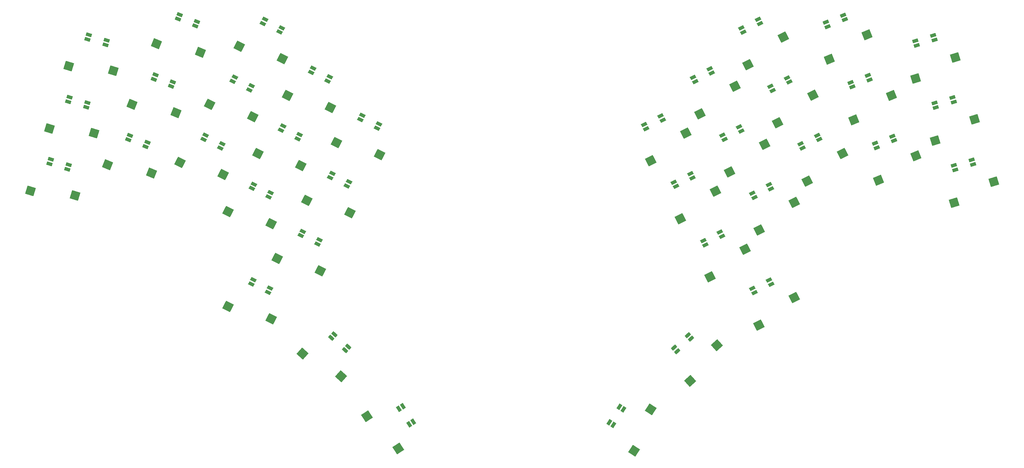
<source format=gbr>
G04 #@! TF.GenerationSoftware,KiCad,Pcbnew,(6.0.7)*
G04 #@! TF.CreationDate,2023-01-09T18:54:25-06:00*
G04 #@! TF.ProjectId,voxcertus-main,766f7863-6572-4747-9573-2d6d61696e2e,1.7*
G04 #@! TF.SameCoordinates,Original*
G04 #@! TF.FileFunction,Paste,Bot*
G04 #@! TF.FilePolarity,Positive*
%FSLAX46Y46*%
G04 Gerber Fmt 4.6, Leading zero omitted, Abs format (unit mm)*
G04 Created by KiCad (PCBNEW (6.0.7)) date 2023-01-09 18:54:25*
%MOMM*%
%LPD*%
G01*
G04 APERTURE LIST*
G04 Aperture macros list*
%AMRotRect*
0 Rectangle, with rotation*
0 The origin of the aperture is its center*
0 $1 length*
0 $2 width*
0 $3 Rotation angle, in degrees counterclockwise*
0 Add horizontal line*
21,1,$1,$2,0,0,$3*%
G04 Aperture macros list end*
%ADD10RotRect,2.550000X2.500000X333.000000*%
%ADD11RotRect,2.550000X2.500000X27.000000*%
%ADD12RotRect,1.700000X1.000000X338.000000*%
%ADD13RotRect,2.550000X2.500000X318.000000*%
%ADD14RotRect,1.700000X1.000000X343.000000*%
%ADD15RotRect,1.700000X1.000000X22.000000*%
%ADD16RotRect,1.700000X1.000000X333.000000*%
%ADD17RotRect,1.700000X1.000000X27.000000*%
%ADD18RotRect,2.550000X2.500000X22.000000*%
%ADD19RotRect,1.700000X1.000000X17.000000*%
%ADD20RotRect,2.550000X2.500000X343.000000*%
%ADD21RotRect,2.550000X2.500000X42.000000*%
%ADD22RotRect,2.550000X2.500000X57.000000*%
%ADD23RotRect,2.550000X2.500000X17.000000*%
%ADD24RotRect,1.700000X1.000000X153.000000*%
%ADD25RotRect,1.700000X1.000000X42.000000*%
%ADD26RotRect,1.700000X1.000000X318.000000*%
%ADD27RotRect,2.550000X2.500000X338.000000*%
%ADD28RotRect,1.700000X1.000000X57.000000*%
%ADD29RotRect,1.700000X1.000000X303.000000*%
%ADD30RotRect,2.550000X2.500000X303.000000*%
G04 APERTURE END LIST*
D10*
X109541045Y-97896879D03*
X96869868Y-94291301D03*
D11*
X217184201Y-91564722D03*
X206819296Y-99696614D03*
D10*
X72177645Y-86670079D03*
X59506468Y-83064501D03*
D12*
X64009511Y-42877536D03*
X64533960Y-41579479D03*
X59434449Y-39519143D03*
X58910000Y-40817200D03*
D13*
X106893446Y-146107688D03*
X95587221Y-139345425D03*
D14*
X26300000Y-85097200D03*
X26709320Y-83758374D03*
X21449644Y-82150329D03*
X21040324Y-83489156D03*
D15*
X269751980Y-76660312D03*
X269227531Y-75362254D03*
X264128020Y-77422592D03*
X264652469Y-78720648D03*
D16*
X85542475Y-93236731D03*
X86178062Y-91989322D03*
X81277526Y-89492374D03*
X80641939Y-90739783D03*
D17*
X233538061Y-90878434D03*
X232902475Y-89631025D03*
X228001939Y-92127973D03*
X228637525Y-93375382D03*
D18*
X276166882Y-81144647D03*
X265132677Y-88342234D03*
D16*
X117462475Y-72976731D03*
X118098062Y-71729322D03*
X113197526Y-69232374D03*
X112561939Y-70479783D03*
D19*
X287304498Y-65310452D03*
X286895178Y-63971627D03*
X281635502Y-65579671D03*
X282044822Y-66918498D03*
D11*
X240371317Y-94842034D03*
X230006412Y-102973926D03*
D10*
X86350845Y-101122679D03*
X73679668Y-97517101D03*
D20*
X28575395Y-92777468D03*
X15470619Y-91426993D03*
D16*
X99952475Y-107116731D03*
X100588062Y-105869322D03*
X95687526Y-103372374D03*
X95051939Y-104619783D03*
D11*
X231662201Y-77721722D03*
X221297296Y-85853614D03*
D17*
X238898061Y-59408434D03*
X238262475Y-58161025D03*
X233361939Y-60657973D03*
X233997525Y-61905382D03*
D11*
X225893317Y-108685034D03*
X215528412Y-116816926D03*
D10*
X103800645Y-66934279D03*
X91129468Y-63328701D03*
D21*
X217583973Y-136923036D03*
X209676931Y-147460475D03*
D22*
X198066191Y-155786602D03*
X193155865Y-168011480D03*
D15*
X255261980Y-41030312D03*
X254737531Y-39732254D03*
X249638020Y-41792592D03*
X250162469Y-43090648D03*
D23*
X293438043Y-70414761D03*
X281818516Y-76623264D03*
D11*
X240323601Y-122908322D03*
X229958696Y-131040214D03*
D23*
X287728043Y-52134761D03*
X276108516Y-58343264D03*
D20*
X39852995Y-56099868D03*
X26748219Y-54749393D03*
D16*
X108632475Y-90026731D03*
X109268062Y-88779322D03*
X104367526Y-86282374D03*
X103731939Y-87529783D03*
D17*
X233558061Y-118948434D03*
X232922475Y-117701025D03*
X228021939Y-120197973D03*
X228657525Y-121445382D03*
X219098061Y-104848434D03*
X218462475Y-103601025D03*
X213561939Y-106097973D03*
X214197525Y-107345382D03*
D11*
X222924601Y-60627522D03*
X212559696Y-68759414D03*
D10*
X100803445Y-114991079D03*
X88132268Y-111385501D03*
D16*
X85390000Y-121357200D03*
X86025587Y-120109791D03*
X81125051Y-117612843D03*
X80489464Y-118860252D03*
D24*
X89867525Y-72357669D03*
X89231938Y-73605078D03*
X94132474Y-76102026D03*
X94768061Y-74854617D03*
D10*
X86325445Y-129113479D03*
X73654268Y-125507901D03*
X89627445Y-52481679D03*
X76956268Y-48876101D03*
D23*
X299088043Y-88744761D03*
X287468516Y-94953264D03*
D19*
X293024498Y-83690452D03*
X292615178Y-82351627D03*
X287355502Y-83959671D03*
X287764822Y-85298498D03*
D14*
X37535178Y-48445807D03*
X37944498Y-47106981D03*
X32684822Y-45498936D03*
X32275502Y-46837763D03*
D15*
X262571980Y-58760312D03*
X262047531Y-57462254D03*
X256948020Y-59522592D03*
X257472469Y-60820648D03*
D25*
X209997440Y-134994131D03*
X209060657Y-133953728D03*
X204973360Y-137633946D03*
X205910143Y-138674349D03*
D17*
X247750536Y-76340252D03*
X247114950Y-75092843D03*
X242214414Y-77589791D03*
X242850000Y-78837200D03*
X210420000Y-87647200D03*
X209784414Y-86399791D03*
X204883878Y-88896739D03*
X205519464Y-90144148D03*
D10*
X95088445Y-84028479D03*
X82417268Y-80422901D03*
D20*
X34214195Y-74438668D03*
X21109419Y-73088193D03*
D10*
X118253245Y-80802679D03*
X105582068Y-77197101D03*
D26*
X108105714Y-138395821D03*
X109042497Y-137355418D03*
X104955200Y-133675200D03*
X104018418Y-134715602D03*
D11*
X254544517Y-80414834D03*
X244179612Y-88546726D03*
D19*
X281664498Y-46980452D03*
X281255178Y-45641627D03*
X275995502Y-47249671D03*
X276404822Y-48588498D03*
D12*
X56869511Y-60647536D03*
X57393960Y-59349479D03*
X52294449Y-57289143D03*
X51770000Y-58587200D03*
D18*
X261755010Y-45523731D03*
X250720805Y-52721318D03*
D10*
X80915245Y-69575879D03*
X68244068Y-65970301D03*
D11*
X208446601Y-74470522D03*
X198081696Y-82602414D03*
X237094717Y-46201034D03*
X226729812Y-54332926D03*
D17*
X216088061Y-56748434D03*
X215452475Y-55501025D03*
X210551939Y-57997973D03*
X211187525Y-59245382D03*
X230308061Y-42198434D03*
X229672475Y-40951025D03*
X224771939Y-43447973D03*
X225407525Y-44695382D03*
X201658061Y-70638434D03*
X201022475Y-69391025D03*
X196121939Y-71887973D03*
X196757525Y-73135382D03*
X224738061Y-73808434D03*
X224102475Y-72561025D03*
X219201939Y-75057973D03*
X219837525Y-76305382D03*
D16*
X88832475Y-44676731D03*
X89468062Y-43429322D03*
X84567526Y-40932374D03*
X83931939Y-42179783D03*
D12*
X49379511Y-78437536D03*
X49903960Y-77139479D03*
X44804449Y-75079143D03*
X44280000Y-76377200D03*
D16*
X71342475Y-78806731D03*
X71978062Y-77559322D03*
X67077526Y-75062374D03*
X66441939Y-76309783D03*
D18*
X268944481Y-63329184D03*
X257910276Y-70526771D03*
D27*
X65532398Y-50629472D03*
X52595191Y-48141979D03*
D14*
X31870000Y-66837200D03*
X32279320Y-65498374D03*
X27019644Y-63890329D03*
X26610324Y-65229156D03*
D16*
X102972475Y-59076731D03*
X103608062Y-57829322D03*
X98707526Y-55332374D03*
X98071939Y-56579783D03*
D27*
X58335397Y-68444935D03*
X45398190Y-65957442D03*
D28*
X190060315Y-155770312D03*
X188886176Y-155007817D03*
X185890661Y-159620505D03*
X187064800Y-160383000D03*
D29*
X126959670Y-160238792D03*
X128133809Y-159476297D03*
X125138294Y-154863609D03*
X123964155Y-155626103D03*
D11*
X245835401Y-63294522D03*
X235470496Y-71426414D03*
D30*
X123727944Y-167337964D03*
X114557172Y-157879853D03*
D27*
X51130748Y-86252992D03*
X38193541Y-83765499D03*
D16*
X79932475Y-61706731D03*
X80568062Y-60459322D03*
X75667526Y-57962374D03*
X75031939Y-59209783D03*
M02*

</source>
